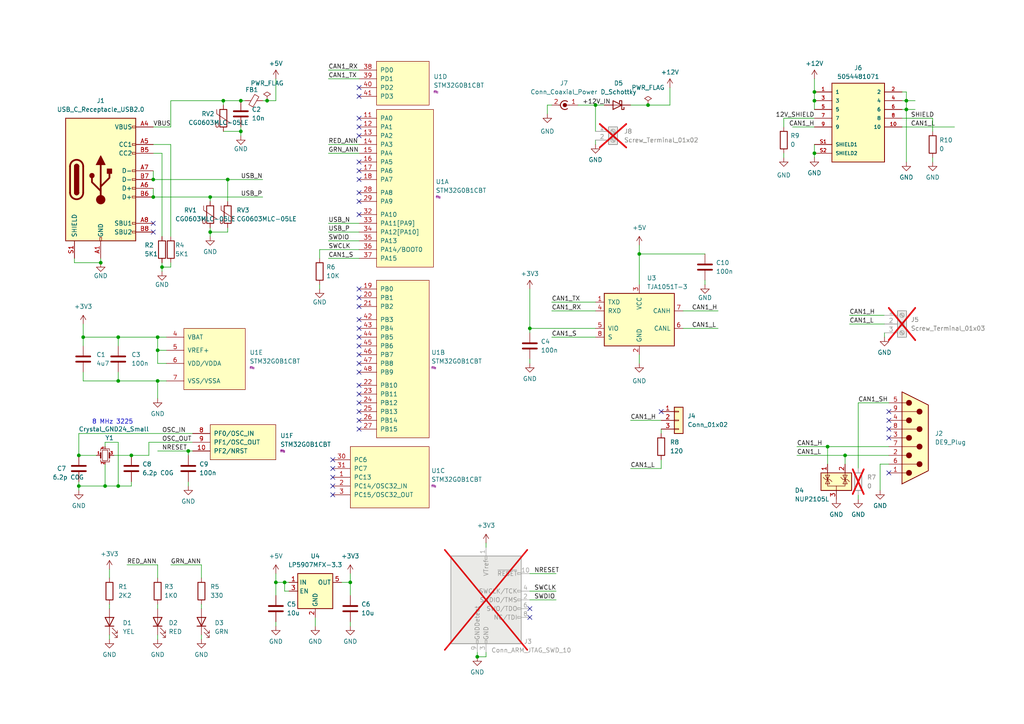
<source format=kicad_sch>
(kicad_sch (version 20230121) (generator eeschema)
  (paper "A4")
  (lib_symbols
    (symbol "Connector:Conn_ARM_JTAG_SWD_10" (pin_names (offset 1.016))
      (property "Reference" "J" (at -2.54 16.51 0))
      (property "Value" "Conn_ARM_JTAG_SWD_10" (at -2.54 13.97 0))
      (symbol "Conn_ARM_JTAG_SWD_10_1_1"
        (pin power_in line (at 0 15.24 270) (length 2.54) (name "VTref") (number "1"))
        (pin open_collector line (at 12.7 7.62 180) (length 2.54) (name "~{RESET}") (number "10"))
        (pin bidirectional line (at 12.7 0 180) (length 2.54) (name "SWDIO/TMS") (number "2"))
        (pin power_in line (at 0 -15.24 90) (length 2.54) (name "GND") (number "3"))
        (pin output line (at 12.7 2.54 180) (length 2.54) (name "SWCLK/TCK") (number "4"))
        (pin passive line (at 0 -15.24 90) (length 2.54) hide (name "GND") (number "5"))
        (pin input line (at 12.7 -2.54 180) (length 2.54) (name "SWO/TDO") (number "6"))
        (pin no_connect line (at -10.16 0 0) (length 2.54) hide (name "KEY") (number "7"))
        (pin output line (at 12.7 -5.08 180) (length 2.54) (name "NC/TDI") (number "8"))
        (pin passive line (at -2.54 -15.24 90) (length 2.54) (name "GNDDetect") (number "9"))
      )
    )
    (symbol "Connector:Conn_Coaxial_Power" (pin_names (offset 1.016) hide)
      (property "Reference" "J" (at -5.08 -1.27 90))
      (property "Value" "Conn_Coaxial_Power" (at -3.175 -1.27 90))
      (symbol "Conn_Coaxial_Power_1_1"
        (pin passive line (at 0 2.54 270) (length 2.54) (name "In") (number "1"))
        (pin passive line (at 0 -5.08 90) (length 2.54) (name "Ext") (number "2"))
      )
    )
    (symbol "Connector:DE9_Plug" (pin_names (offset 1.016) hide)
      (property "Reference" "J" (at 0 13.97 0))
      (property "Value" "DE9_Plug" (at 0 -14.605 0))
      (symbol "DE9_Plug_1_1"
        (pin passive line (at -7.62 -10.16 0) (length 3.81) (name "1") (number "1"))
        (pin passive line (at -7.62 -5.08 0) (length 3.81) (name "2") (number "2"))
        (pin passive line (at -7.62 0 0) (length 3.81) (name "3") (number "3"))
        (pin passive line (at -7.62 5.08 0) (length 3.81) (name "4") (number "4"))
        (pin passive line (at -7.62 10.16 0) (length 3.81) (name "5") (number "5"))
        (pin passive line (at -7.62 -7.62 0) (length 3.81) (name "6") (number "6"))
        (pin passive line (at -7.62 -2.54 0) (length 3.81) (name "7") (number "7"))
        (pin passive line (at -7.62 2.54 0) (length 3.81) (name "8") (number "8"))
        (pin passive line (at -7.62 7.62 0) (length 3.81) (name "9") (number "9"))
      )
    )
    (symbol "Connector:Screw_Terminal_01x02" (pin_names (offset 1.016) hide)
      (property "Reference" "J" (at 0 2.54 0))
      (property "Value" "Screw_Terminal_01x02" (at 0 -5.08 0))
      (symbol "Screw_Terminal_01x02_1_1"
        (pin passive line (at -5.08 0 0) (length 3.81) (name "Pin_1") (number "1"))
        (pin passive line (at -5.08 -2.54 0) (length 3.81) (name "Pin_2") (number "2"))
      )
    )
    (symbol "Connector:Screw_Terminal_01x03" (pin_names (offset 1.016) hide)
      (property "Reference" "J" (at 0 5.08 0))
      (property "Value" "Screw_Terminal_01x03" (at 0 -5.08 0))
      (symbol "Screw_Terminal_01x03_1_1"
        (pin passive line (at -5.08 2.54 0) (length 3.81) (name "Pin_1") (number "1"))
        (pin passive line (at -5.08 0 0) (length 3.81) (name "Pin_2") (number "2"))
        (pin passive line (at -5.08 -2.54 0) (length 3.81) (name "Pin_3") (number "3"))
      )
    )
    (symbol "Connector:USB_C_Receptacle_USB2.0_16P" (pin_names (offset 1.016))
      (property "Reference" "J" (at 0 22.225 0))
      (property "Value" "USB_C_Receptacle_USB2.0_16P" (at 0 19.685 0))
      (symbol "USB_C_Receptacle_USB2.0_16P_1_1"
        (pin passive line (at 0 -22.86 90) (length 5.08) (name "GND") (number "A1"))
        (pin passive line (at 0 -22.86 90) (length 5.08) hide (name "GND") (number "A12"))
        (pin passive line (at 15.24 15.24 180) (length 5.08) (name "VBUS") (number "A4"))
        (pin bidirectional line (at 15.24 10.16 180) (length 5.08) (name "CC1") (number "A5"))
        (pin bidirectional line (at 15.24 -2.54 180) (length 5.08) (name "D+") (number "A6"))
        (pin bidirectional line (at 15.24 2.54 180) (length 5.08) (name "D-") (number "A7"))
        (pin bidirectional line (at 15.24 -12.7 180) (length 5.08) (name "SBU1") (number "A8"))
        (pin passive line (at 15.24 15.24 180) (length 5.08) hide (name "VBUS") (number "A9"))
        (pin passive line (at 0 -22.86 90) (length 5.08) hide (name "GND") (number "B1"))
        (pin passive line (at 0 -22.86 90) (length 5.08) hide (name "GND") (number "B12"))
        (pin passive line (at 15.24 15.24 180) (length 5.08) hide (name "VBUS") (number "B4"))
        (pin bidirectional line (at 15.24 7.62 180) (length 5.08) (name "CC2") (number "B5"))
        (pin bidirectional line (at 15.24 -5.08 180) (length 5.08) (name "D+") (number "B6"))
        (pin bidirectional line (at 15.24 0 180) (length 5.08) (name "D-") (number "B7"))
        (pin bidirectional line (at 15.24 -15.24 180) (length 5.08) (name "SBU2") (number "B8"))
        (pin passive line (at 15.24 15.24 180) (length 5.08) hide (name "VBUS") (number "B9"))
        (pin passive line (at -7.62 -22.86 90) (length 5.08) (name "SHIELD") (number "S1"))
      )
    )
    (symbol "Connector_Generic:Conn_01x03" (pin_names (offset 1.016) hide)
      (property "Reference" "J" (at 0 5.08 0))
      (property "Value" "Conn_01x03" (at 0 -5.08 0))
      (symbol "Conn_01x03_1_1"
        (pin passive line (at -5.08 2.54 0) (length 3.81) (name "Pin_1") (number "1"))
        (pin passive line (at -5.08 0 0) (length 3.81) (name "Pin_2") (number "2"))
        (pin passive line (at -5.08 -2.54 0) (length 3.81) (name "Pin_3") (number "3"))
      )
    )
    (symbol "Device:C" (pin_numbers hide) (pin_names (offset 0.254))
      (property "Reference" "C" (at 0.635 2.54 0))
      (property "Value" "C" (at 0.635 -2.54 0))
      (symbol "C_1_1"
        (pin passive line (at 0 3.81 270) (length 2.794) (name "~") (number "1"))
        (pin passive line (at 0 -3.81 90) (length 2.794) (name "~") (number "2"))
      )
    )
    (symbol "Device:Crystal_GND24_Small" (pin_names (offset 1.016) hide)
      (property "Reference" "Y" (at 1.27 4.445 0))
      (property "Value" "Crystal_GND24_Small" (at 1.27 2.54 0))
      (symbol "Crystal_GND24_Small_1_1"
        (pin passive line (at -2.54 0 0) (length 1.27) (name "1") (number "1"))
        (pin passive line (at 0 -2.54 90) (length 0.635) (name "2") (number "2"))
        (pin passive line (at 2.54 0 180) (length 1.27) (name "3") (number "3"))
        (pin passive line (at 0 2.54 270) (length 0.635) (name "4") (number "4"))
      )
    )
    (symbol "Device:D_Schottky" (pin_numbers hide) (pin_names (offset 1.016) hide)
      (property "Reference" "D" (at 0 2.54 0))
      (property "Value" "D_Schottky" (at 0 -2.54 0))
      (symbol "D_Schottky_1_1"
        (pin passive line (at -3.81 0 0) (length 2.54) (name "K") (number "1"))
        (pin passive line (at 3.81 0 180) (length 2.54) (name "A") (number "2"))
      )
    )
    (symbol "Device:FerriteBead_Small" (pin_numbers hide) (pin_names (offset 0))
      (property "Reference" "FB" (at 1.905 1.27 0))
      (property "Value" "FerriteBead_Small" (at 1.905 -1.27 0))
      (symbol "FerriteBead_Small_1_1"
        (pin passive line (at 0 2.54 270) (length 1.27) (name "~") (number "1"))
        (pin passive line (at 0 -2.54 90) (length 1.27) (name "~") (number "2"))
      )
    )
    (symbol "Device:LED" (pin_numbers hide) (pin_names (offset 1.016) hide)
      (property "Reference" "D" (at 0 2.54 0))
      (property "Value" "LED" (at 0 -2.54 0))
      (symbol "LED_1_1"
        (pin passive line (at -3.81 0 0) (length 2.54) (name "K") (number "1"))
        (pin passive line (at 3.81 0 180) (length 2.54) (name "A") (number "2"))
      )
    )
    (symbol "Device:R" (pin_numbers hide) (pin_names (offset 0))
      (property "Reference" "R" (at 2.032 0 90))
      (property "Value" "R" (at 0 0 90))
      (symbol "R_1_1"
        (pin passive line (at 0 3.81 270) (length 1.27) (name "~") (number "1"))
        (pin passive line (at 0 -3.81 90) (length 1.27) (name "~") (number "2"))
      )
    )
    (symbol "Device:Varistor" (pin_numbers hide) (pin_names (offset 0))
      (property "Reference" "RV" (at 3.175 0 90))
      (property "Value" "Varistor" (at -3.175 0 90))
      (symbol "Varistor_0_0"
        (text "U" (at -1.778 -2.032 0) (effects (font (size 1.27 1.27))))
      )
      (symbol "Varistor_1_1"
        (pin passive line (at 0 3.81 270) (length 1.27) (name "~") (number "1"))
        (pin passive line (at 0 -3.81 90) (length 1.27) (name "~") (number "2"))
      )
    )
    (symbol "Interface_CAN_LIN:TJA1051T-3" (pin_names (offset 1.016))
      (property "Reference" "U" (at -10.16 8.89 0))
      (property "Value" "TJA1051T-3" (at 1.27 8.89 0))
      (symbol "TJA1051T-3_1_1"
        (pin input line (at -12.7 5.08 0) (length 2.54) (name "TXD") (number "1"))
        (pin power_in line (at 0 -10.16 90) (length 2.54) (name "GND") (number "2"))
        (pin power_in line (at 0 10.16 270) (length 2.54) (name "VCC") (number "3"))
        (pin output line (at -12.7 2.54 0) (length 2.54) (name "RXD") (number "4"))
        (pin power_in line (at -12.7 -2.54 0) (length 2.54) (name "VIO") (number "5"))
        (pin bidirectional line (at 12.7 -2.54 180) (length 2.54) (name "CANL") (number "6"))
        (pin bidirectional line (at 12.7 2.54 180) (length 2.54) (name "CANH") (number "7"))
        (pin input line (at -12.7 -5.08 0) (length 2.54) (name "S") (number "8"))
      )
    )
    (symbol "Power_Protection:NUP2105L" (pin_names hide)
      (property "Reference" "D" (at 5.715 2.54 0))
      (property "Value" "NUP2105L" (at 5.715 0.635 0))
      (symbol "NUP2105L_0_0"
        (pin passive line (at 0 -5.08 90) (length 2.54) (name "A") (number "3"))
      )
      (symbol "NUP2105L_1_1"
        (pin passive line (at -2.54 5.08 270) (length 2.54) (name "K") (number "1"))
        (pin passive line (at 2.54 5.08 270) (length 2.54) (name "K") (number "2"))
      )
    )
    (symbol "Regulator_Linear:LP5907MFX-3.3"
      (property "Reference" "U" (at -3.81 6.35 0))
      (property "Value" "LP5907MFX-3.3" (at 6.35 6.35 0))
      (symbol "LP5907MFX-3.3_0_1"
        (pin power_in line (at -7.62 2.54 0) (length 2.54) (name "IN") (number "1"))
        (pin power_in line (at 0 -7.62 90) (length 2.54) (name "GND") (number "2"))
        (pin input line (at -7.62 0 0) (length 2.54) (name "EN") (number "3"))
        (pin no_connect line (at 5.08 0 180) (length 2.54) hide (name "NC") (number "4"))
        (pin power_out line (at 7.62 2.54 180) (length 2.54) (name "OUT") (number "5"))
      )
    )
    (symbol "ch:STM32G0B1CBT" (pin_names (offset 1.016))
      (property "Reference" "U" (at 3.81 10.16 0))
      (property "Value" "STM32G0B1CBT" (at 0 -25.4 0))
      (property "Fit" "fit: " (at 6.35 10.16 0))
      (symbol "STM32G0B1CBT_1_1"
        (pin bidirectional line (at -13.97 21.59 0) (length 5.08) (name "PA0") (number "11"))
        (pin bidirectional line (at -13.97 19.05 0) (length 5.08) (name "PA1") (number "12"))
        (pin bidirectional line (at -13.97 16.51 0) (length 5.08) (name "PA2") (number "13"))
        (pin bidirectional line (at -13.97 13.97 0) (length 5.08) (name "PA3") (number "14"))
        (pin bidirectional line (at -13.97 11.43 0) (length 5.08) (name "PA4") (number "15"))
        (pin bidirectional line (at -13.97 8.89 0) (length 5.08) (name "PA5") (number "16"))
        (pin bidirectional line (at -13.97 6.35 0) (length 5.08) (name "PA6") (number "17"))
        (pin bidirectional line (at -13.97 3.81 0) (length 5.08) (name "PA7") (number "18"))
        (pin bidirectional line (at -13.97 0 0) (length 5.08) (name "PA8") (number "28"))
        (pin bidirectional line (at -13.97 -2.54 0) (length 5.08) (name "PA9") (number "29"))
        (pin bidirectional line (at -13.97 -6.35 0) (length 5.08) (name "PA10") (number "32"))
        (pin bidirectional line (at -13.97 -8.89 0) (length 5.08) (name "PA11[PA9]") (number "33"))
        (pin bidirectional line (at -13.97 -11.43 0) (length 5.08) (name "PA12[PA10]") (number "34"))
        (pin bidirectional line (at -13.97 -13.97 0) (length 5.08) (name "PA13") (number "35"))
        (pin bidirectional line (at -13.97 -16.51 0) (length 5.08) (name "PA14/BOOT0") (number "36"))
        (pin bidirectional line (at -13.97 -19.05 0) (length 5.08) (name "PA15") (number "37"))
      )
      (symbol "STM32G0B1CBT_2_1"
        (pin bidirectional line (at -12.7 20.32 0) (length 5.08) (name "PB0") (number "19"))
        (pin bidirectional line (at -12.7 17.78 0) (length 5.08) (name "PB1") (number "20"))
        (pin bidirectional line (at -12.7 15.24 0) (length 5.08) (name "PB2") (number "21"))
        (pin bidirectional line (at -12.7 -7.62 0) (length 5.08) (name "PB10") (number "22"))
        (pin bidirectional line (at -12.7 -10.16 0) (length 5.08) (name "PB11") (number "23"))
        (pin bidirectional line (at -12.7 -12.7 0) (length 5.08) (name "PB12") (number "24"))
        (pin bidirectional line (at -12.7 -15.24 0) (length 5.08) (name "PB13") (number "25"))
        (pin bidirectional line (at -12.7 -17.78 0) (length 5.08) (name "PB14") (number "26"))
        (pin bidirectional line (at -12.7 -20.32 0) (length 5.08) (name "PB15") (number "27"))
        (pin bidirectional line (at -12.7 11.43 0) (length 5.08) (name "PB3") (number "42"))
        (pin bidirectional line (at -12.7 8.89 0) (length 5.08) (name "PB4") (number "43"))
        (pin bidirectional line (at -12.7 6.35 0) (length 5.08) (name "PB5") (number "44"))
        (pin bidirectional line (at -12.7 3.81 0) (length 5.08) (name "PB6") (number "45"))
        (pin bidirectional line (at -12.7 1.27 0) (length 5.08) (name "PB7") (number "46"))
        (pin bidirectional line (at -12.7 -1.27 0) (length 5.08) (name "PB8") (number "47"))
        (pin bidirectional line (at -12.7 -3.81 0) (length 5.08) (name "PB9") (number "48"))
      )
      (symbol "STM32G0B1CBT_3_1"
        (pin bidirectional line (at -16.51 0 0) (length 5.08) (name "PC13") (number "1"))
        (pin bidirectional line (at -16.51 -2.54 0) (length 5.08) (name "PC14/OSC32_IN") (number "2"))
        (pin bidirectional line (at -16.51 -5.08 0) (length 5.08) (name "PC15/OSC32_OUT") (number "3"))
        (pin bidirectional line (at -16.51 5.08 0) (length 5.08) (name "PC6") (number "30"))
        (pin bidirectional line (at -16.51 2.54 0) (length 5.08) (name "PC7") (number "31"))
      )
      (symbol "STM32G0B1CBT_4_1"
        (pin bidirectional line (at -12.7 3.81 0) (length 5.08) (name "PD0") (number "38"))
        (pin bidirectional line (at -12.7 1.27 0) (length 5.08) (name "PD1") (number "39"))
        (pin bidirectional line (at -12.7 -1.27 0) (length 5.08) (name "PD2") (number "40"))
        (pin bidirectional line (at -12.7 -3.81 0) (length 5.08) (name "PD3") (number "41"))
      )
      (symbol "STM32G0B1CBT_5_1"
        (pin power_in line (at -13.97 6.35 0) (length 5.08) (name "VBAT") (number "4"))
        (pin power_in line (at -13.97 2.54 0) (length 5.08) (name "VREF+") (number "5"))
        (pin power_in line (at -13.97 -1.27 0) (length 5.08) (name "VDD/VDDA") (number "6"))
        (pin power_in line (at -13.97 -6.35 0) (length 5.08) (name "VSS/VSSA") (number "7"))
      )
      (symbol "STM32G0B1CBT_6_1"
        (pin bidirectional line (at -15.24 -2.54 0) (length 5.08) (name "PF2/NRST") (number "10"))
        (pin bidirectional line (at -15.24 2.54 0) (length 5.08) (name "PF0/OSC_IN") (number "8"))
        (pin bidirectional line (at -15.24 0 0) (length 5.08) (name "PF1/OSC_OUT") (number "9"))
      )
    )
    (symbol "molex_microlock_plus:5054481071" (pin_names (offset 1.016))
      (property "Reference" "J" (at -7.62 11.43 0))
      (property "Value" "5054481071" (at -7.62 -15.24 0))
      (symbol "5054481071_0_0"
        (pin passive line (at -12.7 7.62 0) (length 5.08) (name "1") (number "1"))
        (pin passive line (at 12.7 -2.54 180) (length 5.08) (name "10") (number "10"))
        (pin passive line (at 12.7 7.62 180) (length 5.08) (name "2") (number "2"))
        (pin passive line (at -12.7 5.08 0) (length 5.08) (name "3") (number "3"))
        (pin passive line (at 12.7 5.08 180) (length 5.08) (name "4") (number "4"))
        (pin passive line (at -12.7 2.54 0) (length 5.08) (name "5") (number "5"))
        (pin passive line (at 12.7 2.54 180) (length 5.08) (name "6") (number "6"))
        (pin passive line (at -12.7 0 0) (length 5.08) (name "7") (number "7"))
        (pin passive line (at 12.7 0 180) (length 5.08) (name "8") (number "8"))
        (pin passive line (at -12.7 -2.54 0) (length 5.08) (name "9") (number "9"))
        (pin passive line (at -12.7 -7.62 0) (length 5.08) (name "SHIELD1") (number "S1"))
        (pin passive line (at -12.7 -10.16 0) (length 5.08) (name "SHIELD2") (number "S2"))
      )
    )
    (symbol "power:+12V" (power) (pin_names (offset 0))
      (property "Value" "+12V" (at 0 3.556 0))
      (symbol "+12V_1_1"
        (pin power_in line (at 0 0 90) (length 0) hide (name "+12V") (number "1"))
      )
    )
    (symbol "power:+3V3" (power) (pin_names (offset 0))
      (property "Value" "+3V3" (at 0 3.556 0))
      (symbol "+3V3_1_1"
        (pin power_in line (at 0 0 90) (length 0) hide (name "+3V3") (number "1"))
      )
    )
    (symbol "power:+5V" (power) (pin_names (offset 0))
      (property "Value" "+5V" (at 0 3.556 0))
      (symbol "+5V_1_1"
        (pin power_in line (at 0 0 90) (length 0) hide (name "+5V") (number "1"))
      )
    )
    (symbol "power:GND" (power) (pin_names (offset 0))
      (property "Value" "GND" (at 0 -3.81 0))
      (symbol "GND_1_1"
        (pin power_in line (at 0 0 270) (length 0) hide (name "GND") (number "1"))
      )
    )
    (symbol "power:PWR_FLAG" (power) (pin_numbers hide) (pin_names (offset 0) hide)
      (property "Value" "PWR_FLAG" (at 0 3.81 0))
      (symbol "PWR_FLAG_0_0"
        (pin power_out line (at 0 0 90) (length 0) (name "pwr") (number "1"))
      )
    )
  )
  (junction (at 82.55 168.91))
  (junction (at 236.22 44.45))
  (junction (at 60.96 67.31))
  (junction (at 44.45 52.07))
  (junction (at 236.22 26.67))
  (junction (at 66.04 52.07))
  (junction (at 172.72 30.48))
  (junction (at 38.1 132.08))
  (junction (at 245.11 132.08))
  (junction (at 77.47 29.21))
  (junction (at 262.89 31.75))
  (junction (at 69.85 38.1))
  (junction (at 34.29 110.49))
  (junction (at 153.67 95.25))
  (junction (at 44.45 57.15))
  (junction (at 240.03 129.54))
  (junction (at 29.21 76.2))
  (junction (at 236.22 29.21))
  (junction (at 69.85 29.21))
  (junction (at 187.96 30.48))
  (junction (at 45.72 101.6))
  (junction (at 262.89 29.21))
  (junction (at 46.99 77.47))
  (junction (at 80.01 168.91))
  (junction (at 101.6 168.91))
  (junction (at 45.72 110.49))
  (junction (at 64.77 29.21))
  (junction (at 34.29 97.79))
  (junction (at 185.42 73.66))
  (junction (at 45.72 97.79))
  (junction (at 60.96 57.15))
  (junction (at 22.86 140.97))
  (junction (at 22.86 132.08))
  (junction (at 30.48 140.97))
  (junction (at 24.13 97.79))
  (junction (at 138.43 190.5))
  (junction (at 54.61 130.81))
  (junction (at 34.29 140.97))
  (no_connect (at 153.67 176.53))
  (no_connect (at 96.52 140.97))
  (no_connect (at 257.81 137.16))
  (no_connect (at 104.14 39.37))
  (no_connect (at 153.67 179.07))
  (no_connect (at 104.14 107.95))
  (no_connect (at 104.14 111.76))
  (no_connect (at 104.14 121.92))
  (no_connect (at 104.14 58.42))
  (no_connect (at 44.45 67.31))
  (no_connect (at 104.14 46.99))
  (no_connect (at 104.14 34.29))
  (no_connect (at 96.52 143.51))
  (no_connect (at 104.14 105.41))
  (no_connect (at 104.14 116.84))
  (no_connect (at 104.14 102.87))
  (no_connect (at 104.14 27.94))
  (no_connect (at 104.14 100.33))
  (no_connect (at 96.52 133.35))
  (no_connect (at 104.14 52.07))
  (no_connect (at 96.52 135.89))
  (no_connect (at 104.14 86.36))
  (no_connect (at 257.81 119.38))
  (no_connect (at 191.77 119.38))
  (no_connect (at 257.81 127))
  (no_connect (at 104.14 49.53))
  (no_connect (at 104.14 55.88))
  (no_connect (at 104.14 25.4))
  (no_connect (at 104.14 97.79))
  (no_connect (at 104.14 88.9))
  (no_connect (at 104.14 36.83))
  (no_connect (at 104.14 83.82))
  (no_connect (at 104.14 124.46))
  (no_connect (at 257.81 121.92))
  (no_connect (at 96.52 138.43))
  (no_connect (at 257.81 124.46))
  (no_connect (at 104.14 119.38))
  (no_connect (at 104.14 114.3))
  (no_connect (at 104.14 62.23))
  (no_connect (at 104.14 92.71))
  (no_connect (at 44.45 64.77))
  (no_connect (at 104.14 95.25))
  (wire (pts (xy 262.89 29.21) (xy 265.43 29.21)))
  (wire (pts (xy 45.72 184.15) (xy 45.72 185.42)))
  (wire (pts (xy 153.67 171.45) (xy 161.29 171.45)))
  (wire (pts (xy 22.86 125.73) (xy 22.86 132.08)))
  (wire (pts (xy 54.61 139.7) (xy 54.61 140.97)))
  (wire (pts (xy 46.99 76.2) (xy 46.99 77.47)))
  (wire (pts (xy 95.25 67.31) (xy 104.14 67.31)))
  (wire (pts (xy 45.72 175.26) (xy 45.72 176.53)))
  (wire (pts (xy 245.11 132.08) (xy 245.11 134.62)))
  (wire (pts (xy 198.12 95.25) (xy 208.28 95.25)))
  (wire (pts (xy 191.77 124.46) (xy 191.77 125.73)))
  (wire (pts (xy 21.59 74.93) (xy 21.59 76.2)))
  (wire (pts (xy 95.25 74.93) (xy 104.14 74.93)))
  (wire (pts (xy 58.42 163.83) (xy 58.42 167.64)))
  (wire (pts (xy 101.6 166.37) (xy 101.6 168.91)))
  (wire (pts (xy 262.89 29.21) (xy 261.62 29.21)))
  (wire (pts (xy 227.33 34.29) (xy 227.33 36.83)))
  (wire (pts (xy 99.06 168.91) (xy 101.6 168.91)))
  (wire (pts (xy 83.82 171.45) (xy 82.55 171.45)))
  (wire (pts (xy 198.12 90.17) (xy 208.28 90.17)))
  (wire (pts (xy 158.75 33.02) (xy 158.75 30.48)))
  (wire (pts (xy 22.86 125.73) (xy 55.88 125.73)))
  (wire (pts (xy 158.75 30.48) (xy 160.02 30.48)))
  (wire (pts (xy 153.67 95.25) (xy 153.67 96.52)))
  (wire (pts (xy 49.53 77.47) (xy 49.53 76.2)))
  (wire (pts (xy 185.42 71.12) (xy 185.42 73.66)))
  (wire (pts (xy 95.25 41.91) (xy 104.14 41.91)))
  (wire (pts (xy 64.77 29.21) (xy 69.85 29.21)))
  (wire (pts (xy 22.86 140.97) (xy 22.86 142.24)))
  (wire (pts (xy 24.13 97.79) (xy 34.29 97.79)))
  (wire (pts (xy 140.97 190.5) (xy 138.43 190.5)))
  (wire (pts (xy 167.64 30.48) (xy 172.72 30.48)))
  (wire (pts (xy 255.27 134.62) (xy 257.81 134.62)))
  (wire (pts (xy 64.77 29.21) (xy 64.77 30.48)))
  (wire (pts (xy 48.26 105.41) (xy 45.72 105.41)))
  (wire (pts (xy 270.51 34.29) (xy 270.51 38.1)))
  (wire (pts (xy 44.45 49.53) (xy 44.45 52.07)))
  (wire (pts (xy 240.03 129.54) (xy 257.81 129.54)))
  (wire (pts (xy 172.72 95.25) (xy 153.67 95.25)))
  (wire (pts (xy 44.45 52.07) (xy 66.04 52.07)))
  (wire (pts (xy 38.1 140.97) (xy 38.1 139.7)))
  (wire (pts (xy 270.51 45.72) (xy 270.51 46.99)))
  (wire (pts (xy 49.53 163.83) (xy 58.42 163.83)))
  (wire (pts (xy 229.87 36.83) (xy 236.22 36.83)))
  (wire (pts (xy 30.48 129.54) (xy 30.48 128.27)))
  (wire (pts (xy 245.11 132.08) (xy 257.81 132.08)))
  (wire (pts (xy 24.13 93.98) (xy 24.13 97.79)))
  (wire (pts (xy 95.25 44.45) (xy 104.14 44.45)))
  (wire (pts (xy 30.48 128.27) (xy 34.29 128.27)))
  (wire (pts (xy 24.13 110.49) (xy 34.29 110.49)))
  (wire (pts (xy 236.22 41.91) (xy 236.22 44.45)))
  (wire (pts (xy 204.47 81.28) (xy 204.47 82.55)))
  (wire (pts (xy 95.25 64.77) (xy 104.14 64.77)))
  (wire (pts (xy 236.22 22.86) (xy 236.22 26.67)))
  (wire (pts (xy 80.01 168.91) (xy 80.01 172.72)))
  (wire (pts (xy 95.25 22.86) (xy 104.14 22.86)))
  (wire (pts (xy 69.85 38.1) (xy 69.85 36.83)))
  (wire (pts (xy 66.04 52.07) (xy 76.2 52.07)))
  (wire (pts (xy 262.89 31.75) (xy 265.43 31.75)))
  (wire (pts (xy 92.71 82.55) (xy 92.71 83.82)))
  (wire (pts (xy 262.89 31.75) (xy 262.89 46.99)))
  (wire (pts (xy 95.25 69.85) (xy 104.14 69.85)))
  (wire (pts (xy 236.22 26.67) (xy 236.22 29.21)))
  (wire (pts (xy 160.02 97.79) (xy 172.72 97.79)))
  (wire (pts (xy 45.72 115.57) (xy 45.72 110.49)))
  (wire (pts (xy 153.67 166.37) (xy 161.29 166.37)))
  (wire (pts (xy 185.42 102.87) (xy 185.42 105.41)))
  (wire (pts (xy 153.67 95.25) (xy 153.67 83.82)))
  (wire (pts (xy 160.02 87.63) (xy 172.72 87.63)))
  (wire (pts (xy 204.47 73.66) (xy 185.42 73.66)))
  (wire (pts (xy 262.89 26.67) (xy 261.62 26.67)))
  (wire (pts (xy 44.45 57.15) (xy 60.96 57.15)))
  (wire (pts (xy 45.72 97.79) (xy 45.72 101.6)))
  (wire (pts (xy 21.59 76.2) (xy 29.21 76.2)))
  (wire (pts (xy 49.53 36.83) (xy 44.45 36.83)))
  (wire (pts (xy 69.85 29.21) (xy 71.12 29.21)))
  (wire (pts (xy 248.92 143.51) (xy 248.92 144.78)))
  (wire (pts (xy 22.86 139.7) (xy 22.86 140.97)))
  (wire (pts (xy 34.29 110.49) (xy 45.72 110.49)))
  (wire (pts (xy 34.29 128.27) (xy 34.29 140.97)))
  (wire (pts (xy 31.75 175.26) (xy 31.75 176.53)))
  (wire (pts (xy 80.01 166.37) (xy 80.01 168.91)))
  (wire (pts (xy 34.29 107.95) (xy 34.29 110.49)))
  (wire (pts (xy 60.96 57.15) (xy 76.2 57.15)))
  (wire (pts (xy 140.97 189.23) (xy 140.97 190.5)))
  (wire (pts (xy 187.96 30.48) (xy 194.31 30.48)))
  (wire (pts (xy 54.61 130.81) (xy 55.88 130.81)))
  (wire (pts (xy 80.01 22.86) (xy 80.01 29.21)))
  (wire (pts (xy 140.97 157.48) (xy 140.97 158.75)))
  (wire (pts (xy 80.01 29.21) (xy 77.47 29.21)))
  (wire (pts (xy 261.62 34.29) (xy 270.51 34.29)))
  (wire (pts (xy 92.71 72.39) (xy 104.14 72.39)))
  (wire (pts (xy 246.38 93.98) (xy 256.54 93.98)))
  (wire (pts (xy 101.6 168.91) (xy 101.6 172.72)))
  (wire (pts (xy 45.72 130.81) (xy 54.61 130.81)))
  (wire (pts (xy 185.42 73.66) (xy 185.42 82.55)))
  (wire (pts (xy 49.53 68.58) (xy 49.53 41.91)))
  (wire (pts (xy 43.18 128.27) (xy 55.88 128.27)))
  (wire (pts (xy 34.29 97.79) (xy 45.72 97.79)))
  (wire (pts (xy 236.22 29.21) (xy 236.22 31.75)))
  (wire (pts (xy 92.71 72.39) (xy 92.71 74.93)))
  (wire (pts (xy 261.62 36.83) (xy 276.86 36.83)))
  (wire (pts (xy 172.72 38.1) (xy 172.72 30.48)))
  (wire (pts (xy 64.77 38.1) (xy 69.85 38.1)))
  (wire (pts (xy 182.88 121.92) (xy 191.77 121.92)))
  (wire (pts (xy 77.47 29.21) (xy 76.2 29.21)))
  (wire (pts (xy 58.42 175.26) (xy 58.42 176.53)))
  (wire (pts (xy 30.48 140.97) (xy 34.29 140.97)))
  (wire (pts (xy 45.72 101.6) (xy 45.72 105.41)))
  (wire (pts (xy 80.01 180.34) (xy 80.01 181.61)))
  (wire (pts (xy 194.31 30.48) (xy 194.31 25.4)))
  (wire (pts (xy 33.02 132.08) (xy 38.1 132.08)))
  (wire (pts (xy 43.18 132.08) (xy 38.1 132.08)))
  (wire (pts (xy 43.18 132.08) (xy 43.18 128.27)))
  (wire (pts (xy 82.55 168.91) (xy 83.82 168.91)))
  (wire (pts (xy 46.99 77.47) (xy 46.99 78.74)))
  (wire (pts (xy 95.25 20.32) (xy 104.14 20.32)))
  (wire (pts (xy 82.55 171.45) (xy 82.55 168.91)))
  (wire (pts (xy 54.61 130.81) (xy 54.61 132.08)))
  (wire (pts (xy 227.33 44.45) (xy 227.33 45.72)))
  (wire (pts (xy 22.86 140.97) (xy 30.48 140.97)))
  (wire (pts (xy 58.42 184.15) (xy 58.42 185.42)))
  (wire (pts (xy 49.53 29.21) (xy 49.53 36.83)))
  (wire (pts (xy 45.72 163.83) (xy 45.72 167.64)))
  (wire (pts (xy 66.04 52.07) (xy 66.04 58.42)))
  (wire (pts (xy 60.96 66.04) (xy 60.96 67.31)))
  (wire (pts (xy 240.03 129.54) (xy 240.03 134.62)))
  (wire (pts (xy 236.22 34.29) (xy 227.33 34.29)))
  (wire (pts (xy 172.72 30.48) (xy 175.26 30.48)))
  (wire (pts (xy 262.89 29.21) (xy 262.89 31.75)))
  (wire (pts (xy 49.53 77.47) (xy 46.99 77.47)))
  (wire (pts (xy 255.27 142.24) (xy 255.27 134.62)))
  (wire (pts (xy 45.72 101.6) (xy 48.26 101.6)))
  (wire (pts (xy 69.85 38.1) (xy 69.85 39.37)))
  (wire (pts (xy 60.96 57.15) (xy 60.96 58.42)))
  (wire (pts (xy 153.67 104.14) (xy 153.67 105.41)))
  (wire (pts (xy 262.89 26.67) (xy 262.89 29.21)))
  (wire (pts (xy 246.38 91.44) (xy 256.54 91.44)))
  (wire (pts (xy 231.14 132.08) (xy 245.11 132.08)))
  (wire (pts (xy 24.13 100.33) (xy 24.13 97.79)))
  (wire (pts (xy 248.92 135.89) (xy 248.92 116.84)))
  (wire (pts (xy 153.67 173.99) (xy 161.29 173.99)))
  (wire (pts (xy 45.72 97.79) (xy 48.26 97.79)))
  (wire (pts (xy 24.13 107.95) (xy 24.13 110.49)))
  (wire (pts (xy 248.92 116.84) (xy 257.81 116.84)))
  (wire (pts (xy 46.99 68.58) (xy 46.99 44.45)))
  (wire (pts (xy 172.72 40.64) (xy 172.72 41.91)))
  (wire (pts (xy 22.86 132.08) (xy 27.94 132.08)))
  (wire (pts (xy 36.83 163.83) (xy 45.72 163.83)))
  (wire (pts (xy 231.14 129.54) (xy 240.03 129.54)))
  (wire (pts (xy 34.29 140.97) (xy 38.1 140.97)))
  (wire (pts (xy 34.29 100.33) (xy 34.29 97.79)))
  (wire (pts (xy 236.22 44.45) (xy 236.22 45.72)))
  (wire (pts (xy 191.77 133.35) (xy 191.77 135.89)))
  (wire (pts (xy 91.44 179.07) (xy 91.44 181.61)))
  (wire (pts (xy 256.54 96.52) (xy 256.54 97.79)))
  (wire (pts (xy 29.21 74.93) (xy 29.21 76.2)))
  (wire (pts (xy 60.96 67.31) (xy 66.04 67.31)))
  (wire (pts (xy 46.99 44.45) (xy 44.45 44.45)))
  (wire (pts (xy 101.6 180.34) (xy 101.6 181.61)))
  (wire (pts (xy 160.02 90.17) (xy 172.72 90.17)))
  (wire (pts (xy 60.96 67.31) (xy 60.96 68.58)))
  (wire (pts (xy 30.48 134.62) (xy 30.48 140.97)))
  (wire (pts (xy 66.04 66.04) (xy 66.04 67.31)))
  (wire (pts (xy 31.75 165.1) (xy 31.75 167.64)))
  (wire (pts (xy 182.88 30.48) (xy 187.96 30.48)))
  (wire (pts (xy 138.43 189.23) (xy 138.43 190.5)))
  (wire (pts (xy 262.89 31.75) (xy 261.62 31.75)))
  (wire (pts (xy 182.88 135.89) (xy 191.77 135.89)))
  (wire (pts (xy 49.53 41.91) (xy 44.45 41.91)))
  (wire (pts (xy 31.75 184.15) (xy 31.75 185.42)))
  (wire (pts (xy 44.45 54.61) (xy 44.45 57.15)))
  (wire (pts (xy 45.72 110.49) (xy 48.26 110.49)))
  (wire (pts (xy 49.53 29.21) (xy 64.77 29.21)))
  (wire (pts (xy 80.01 168.91) (xy 82.55 168.91)))
  (text "8 MHz 3225" (at 26.67 123.19 0) (effects (font (size 1.27 1.27)) (justify left bottom)))
  (label "NRESET" (at 154.94 166.37 0))
  (label "CAN1_TX" (at 160.02 87.63 0))
  (label "USB_N" (at 95.25 64.77 0))
  (label "RED_ANN" (at 36.83 163.83 0))
  (label "CAN1_L" (at 246.38 93.98 0))
  (label "+12V_IN" (at 168.91 30.48 0))
  (label "OSC_IN" (at 46.99 125.73 0))
  (label "CAN1_L" (at 200.66 95.25 0))
  (label "CAN1_RX" (at 160.02 90.17 0))
  (label "CAN1_H" (at 246.38 91.44 0))
  (label "USB_N" (at 69.85 52.07 0))
  (label "CAN1_H" (at 200.66 90.17 0))
  (label "NRESET" (at 46.99 130.81 0))
  (label "CAN1_RX" (at 95.25 20.32 0))
  (label "12V_SHIELD" (at 236.22 34.29 180))
  (label "SHIELD" (at 264.16 34.29 0))
  (label "CAN1_L" (at 264.16 36.83 0))
  (label "CAN1_H" (at 236.22 36.83 180))
  (label "VBUS" (at 44.45 36.83 0))
  (label "CAN1_H" (at 182.88 121.92 0))
  (label "CAN1_S" (at 95.25 74.93 0))
  (label "CAN1_H" (at 231.14 129.54 0))
  (label "CAN1_SH" (at 248.92 116.84 0))
  (label "GRN_ANN" (at 95.25 44.45 0))
  (label "SWDIO" (at 95.25 69.85 0))
  (label "SWCLK" (at 95.25 72.39 0))
  (label "CAN1_L" (at 231.14 132.08 0))
  (label "RED_ANN" (at 95.25 41.91 0))
  (label "SWDIO" (at 154.94 173.99 0))
  (label "GRN_ANN" (at 49.53 163.83 0))
  (label "USB_P" (at 95.25 67.31 0))
  (label "CAN1_L" (at 182.88 135.89 0))
  (label "USB_P" (at 69.85 57.15 0))
  (label "OSC_OUT" (at 46.99 128.27 0))
  (label "CAN1_TX" (at 95.25 22.86 0))
  (label "CAN1_S" (at 160.02 97.79 0))
  (label "SWCLK" (at 154.94 171.45 0))
  (symbol (lib_id "Device:Varistor") (at 66.04 62.23 0) (unit 1)
    (property "Reference" "RV3" (at 68.58 60.96 0) (effects (justify left)))
    (property "Value" "CG0603MLC-05LE" (at 68.58 63.5 0) (effects (justify left)))
    (property "Footprint" "Resistor_SMD:R_0603_1608Metric" (effects hide))
    (property "Sim.Name" "kicad_builtin_varistor" (effects hide))
    (property "Sim.Device" "SUBCKT" (effects hide))
    (property "Sim.Pins" "1=A 2=B" (effects hide))
    (property "Sim.Params" "threshold=1k" (effects hide))
    (property "Sim.Library" "${KICAD7_SYMBOL_DIR}/Simulation_SPICE.sp" (effects hide))
    (property "LCSC" "C2655331" (effects hide))
  )
  (symbol (lib_id "power:+5V") (at 80.01 22.86 0) (unit 1)
    (property "Reference" "#PWR010" (effects hide))
    (property "Value" "+5V" (at 80.01 18.415 0))
  )
  (symbol (lib_id "power:+3V3") (at 24.13 93.98 0) (unit 1)
    (property "Reference" "#PWR08" (effects hide))
    (property "Value" "+3V3" (at 24.13 88.9 0))
  )
  (symbol (lib_id "Regulator_Linear:LP5907MFX-3.3") (at 91.44 171.45 0) (unit 1)
    (property "Reference" "U4" (at 91.44 161.29 0))
    (property "Value" "LP5907MFX-3.3" (at 91.44 163.83 0))
    (property "Footprint" "Package_TO_SOT_SMD:SOT-23-5" (effects hide))
    (property "Datasheet" "http://www.ti.com/lit/ds/symlink/lp5907.pdf" (effects hide))
    (property "LCSC" "C80670" (effects hide))
  )
  (symbol (lib_id "power:GND") (at 153.67 105.41 0) (unit 1)
    (property "Reference" "#PWR024" (effects hide))
    (property "Value" "GND" (at 153.67 109.855 0))
  )
  (symbol (lib_id "ch:STM32G0B1CBT") (at 113.03 138.43 0) (unit 3)
    (property "Reference" "U1" (at 125.095 136.525 0) (effects (justify left)))
    (property "Value" "STM32G0B1CBT" (at 125.095 139.065 0) (effects (justify left)))
    (property "Footprint" "Package_QFP:LQFP-48_7x7mm_P0.5mm" (effects hide))
    (property "Datasheet" "$PTX_DATASHEETS/datasheets/Microcontroller/STW_stm32g0b1re.pdf" (effects hide))
    (property "Datasheet2" "$PTX_DATASHEETS/datasheets/Microcontroller/STW_stm32g0b1re_reference_maual.pdf" (effects hide))
    (property "Manufacturer" "ST" (effects hide))
    (property "MPN" "STM32G0B1CBT" (effects hide))
    (property "Fit" "fit: " (at 125.095 140.97 0) (effects (font (size 0.635 0.635)) (justify left)))
    (property "State" "reviewed" (effects hide))
    (property "Package" "LQFP48" (effects hide))
  )
  (symbol (lib_id "power:GND") (at 54.61 140.97 0) (unit 1)
    (property "Reference" "#PWR020" (effects hide))
    (property "Value" "GND" (at 54.61 145.415 0))
  )
  (symbol (lib_id "ch:STM32G0B1CBT") (at 71.12 128.27 0) (unit 6)
    (property "Reference" "U1" (at 81.28 126.365 0) (effects (justify left)))
    (property "Value" "STM32G0B1CBT" (at 81.28 128.905 0) (effects (justify left)))
    (property "Footprint" "Package_QFP:LQFP-48_7x7mm_P0.5mm" (effects hide))
    (property "Datasheet" "$PTX_DATASHEETS/datasheets/Microcontroller/STW_stm32g0b1re.pdf" (effects hide))
    (property "Datasheet2" "$PTX_DATASHEETS/datasheets/Microcontroller/STW_stm32g0b1re_reference_maual.pdf" (effects hide))
    (property "Manufacturer" "ST" (effects hide))
    (property "MPN" "STM32G0B1CBT" (effects hide))
    (property "Fit" "fit: " (at 81.28 130.81 0) (effects (font (size 0.635 0.635)) (justify left)))
    (property "State" "reviewed" (effects hide))
    (property "Package" "LQFP48" (effects hide))
  )
  (symbol (lib_id "Connector:Screw_Terminal_01x03") (at 261.62 93.98 0) (unit 1) (dnp yes)
    (property "Reference" "J5" (at 264.16 92.71 0) (effects (justify left)))
    (property "Value" "Screw_Terminal_01x03" (at 264.16 95.25 0) (effects (justify left)))
    (property "Footprint" "TerminalBlock_Phoenix:TerminalBlock_Phoenix_MKDS-1,5-3_1x03_P5.00mm_Horizontal" (effects hide))
  )
  (symbol (lib_id "power:GND") (at 262.89 46.99 0) (unit 1)
    (property "Reference" "#PWR035" (effects hide))
    (property "Value" "GND" (at 262.89 51.435 0))
  )
  (symbol (lib_id "power:GND") (at 60.96 68.58 0) (unit 1)
    (property "Reference" "#PWR06" (effects hide))
    (property "Value" "GND" (at 60.96 73.025 0))
  )
  (symbol (lib_id "power:GND") (at 92.71 83.82 0) (unit 1)
    (property "Reference" "#PWR013" (effects hide))
    (property "Value" "GND" (at 92.71 87.63 0))
  )
  (symbol (lib_id "power:GND") (at 80.01 181.61 0) (unit 1)
    (property "Reference" "#PWR015" (effects hide))
    (property "Value" "GND" (at 80.01 186.055 0))
  )
  (symbol (lib_id "Device:Crystal_GND24_Small") (at 30.48 132.08 0) (unit 1)
    (property "Reference" "Y1" (at 31.75 127 0))
    (property "Value" "Crystal_GND24_Small" (at 33.02 124.46 0))
    (property "Footprint" "Crystal:Crystal_SMD_3225-4Pin_3.2x2.5mm" (effects hide))
    (property "LCSC" "C518135" (effects hide))
  )
  (symbol (lib_id "Connector_Generic:Conn_01x03") (at 196.85 121.92 0) (unit 1)
    (property "Reference" "J4" (at 199.39 120.65 0) (effects (justify left)))
    (property "Value" "Conn_01x02" (at 199.39 123.19 0) (effects (justify left)))
    (property "Footprint" "Connector_PinHeader_2.54mm:PinHeader_1x03_P2.54mm_Vertical" (effects hide))
  )
  (symbol (lib_id "Device:C") (at 24.13 104.14 0) (unit 1)
    (property "Reference" "C1" (at 27.94 102.87 0) (effects (justify left)))
    (property "Value" "4u7" (at 27.94 105.41 0) (effects (justify left)))
    (property "Footprint" "Capacitor_SMD:C_0603_1608Metric" (effects hide))
  )
  (symbol (lib_id "ch:STM32G0B1CBT") (at 118.11 55.88 0) (unit 1)
    (property "Reference" "U1" (at 126.365 52.705 0) (effects (justify left)))
    (property "Value" "STM32G0B1CBT" (at 126.365 55.245 0) (effects (justify left)))
    (property "Footprint" "Package_QFP:LQFP-48_7x7mm_P0.5mm" (effects hide))
    (property "Datasheet" "$PTX_DATASHEETS/datasheets/Microcontroller/STW_stm32g0b1re.pdf" (effects hide))
    (property "Datasheet2" "$PTX_DATASHEETS/datasheets/Microcontroller/STW_stm32g0b1re_reference_maual.pdf" (effects hide))
    (property "Manufacturer" "ST" (effects hide))
    (property "MPN" "STM32G0B1CBT" (effects hide))
    (property "Fit" "fit: " (at 126.365 57.15 0) (effects (font (size 0.635 0.635)) (justify left)))
    (property "State" "reviewed" (effects hide))
    (property "Package" "LQFP48" (effects hide))
  )
  (symbol (lib_id "Device:R") (at 248.92 139.7 0) (unit 1) (dnp yes)
    (property "Reference" "R7" (at 251.46 138.43 0) (effects (justify left)))
    (property "Value" "0" (at 251.46 140.97 0) (effects (justify left)))
    (property "Footprint" "Resistor_SMD:R_1206_3216Metric" (effects hide))
    (property "LCSC" "C473612" (effects hide))
  )
  (symbol (lib_id "Device:LED") (at 58.42 180.34 90) (unit 1)
    (property "Reference" "D3" (at 62.23 180.6575 90) (effects (justify right)))
    (property "Value" "GRN" (at 62.23 183.1975 90) (effects (justify right)))
    (property "Footprint" "LED_SMD:LED_0603_1608Metric" (effects hide))
    (property "LCSC" "C5252984" (effects hide))
    (property "MPN" "150060GS75000" (effects hide))
  )
  (symbol (lib_id "Connector:DE9_Plug") (at 265.43 127 0) (unit 1)
    (property "Reference" "J2" (at 271.145 125.73 0) (effects (justify left)))
    (property "Value" "DE9_Plug" (at 271.145 128.27 0) (effects (justify left)))
    (property "Footprint" "Connector_Dsub:DSUB-9_Male_Horizontal_P2.77x2.84mm_EdgePinOffset4.94mm_Housed_MountingHolesOffset7.48mm" (effects hide))
    (property "Datasheet" " ~" (effects hide))
    (property "LCSC" "C3134122" (effects hide))
  )
  (symbol (lib_id "Device:C") (at 22.86 135.89 0) (unit 1)
    (property "Reference" "C7" (at 16.51 135.89 0) (effects (justify left)))
    (property "Value" "6.2p C0G" (at 15.24 138.43 0) (effects (justify left)))
    (property "Footprint" "Capacitor_SMD:C_0402_1005Metric" (effects hide))
  )
  (symbol (lib_id "Device:FerriteBead_Small") (at 73.66 29.21 90) (unit 1)
    (property "Reference" "FB1" (at 73.025 26.035 90))
    (property "Value" "FerriteBead_Small" (effects hide))
    (property "Footprint" "Diode_SMD:D_0603_1608Metric_Pad1.05x0.95mm_HandSolder" (effects hide))
    (property "LCSC" "C62708" (effects hide))
  )
  (symbol (lib_id "power:GND") (at 58.42 185.42 0) (unit 1)
    (property "Reference" "#PWR07" (effects hide))
    (property "Value" "GND" (at 58.42 189.865 0))
  )
  (symbol (lib_id "power:GND") (at 22.86 142.24 0) (unit 1)
    (property "Reference" "#PWR019" (effects hide))
    (property "Value" "GND" (at 22.86 146.685 0))
  )
  (symbol (lib_id "Device:R") (at 270.51 41.91 0) (unit 1)
    (property "Reference" "R10" (at 272.415 40.64 0) (effects (justify left)))
    (property "Value" "0" (at 272.415 43.18 0) (effects (justify left)))
    (property "Footprint" "Resistor_SMD:R_1206_3216Metric" (effects hide))
    (property "LCSC" "C473612" (effects hide))
  )
  (symbol (lib_id "Power_Protection:NUP2105L") (at 242.57 139.7 0) (unit 1)
    (property "Reference" "D4" (at 230.505 142.24 0) (effects (justify left)))
    (property "Value" "NUP2105L" (at 230.505 144.78 0) (effects (justify left)))
    (property "Footprint" "Package_TO_SOT_SMD:SOT-23" (effects hide))
    (property "Datasheet" "http://www.onsemi.com/pub_link/Collateral/NUP2105L-D.PDF" (effects hide))
    (property "LCSC" "C284104" (effects hide))
  )
  (symbol (lib_id "power:GND") (at 185.42 105.41 0) (unit 1)
    (property "Reference" "#PWR012" (effects hide))
    (property "Value" "GND" (at 185.42 110.49 0))
  )
  (symbol (lib_id "power:+3V3") (at 101.6 166.37 0) (unit 1)
    (property "Reference" "#PWR017" (effects hide))
    (property "Value" "+3V3" (at 101.6 161.29 0))
  )
  (symbol (lib_id "power:GND") (at 45.72 185.42 0) (unit 1)
    (property "Reference" "#PWR05" (effects hide))
    (property "Value" "GND" (at 45.72 189.865 0))
  )
  (symbol (lib_id "Device:C") (at 101.6 176.53 0) (unit 1)
    (property "Reference" "C6" (at 104.775 175.26 0) (effects (justify left)))
    (property "Value" "10u" (at 104.775 177.8 0) (effects (justify left)))
    (property "Footprint" "Capacitor_SMD:C_0805_2012Metric" (effects hide))
  )
  (symbol (lib_id "Device:R") (at 227.33 40.64 0) (unit 1)
    (property "Reference" "R9" (at 229.235 39.37 0) (effects (justify left)))
    (property "Value" "0" (at 229.235 41.91 0) (effects (justify left)))
    (property "Footprint" "Resistor_SMD:R_1206_3216Metric" (effects hide))
    (property "LCSC" "C473612" (effects hide))
  )
  (symbol (lib_id "Device:R") (at 49.53 72.39 0) (unit 1)
    (property "Reference" "R4" (at 50.8 71.12 0) (effects (justify left)))
    (property "Value" "5K1" (at 50.8 73.66 0) (effects (justify left)))
    (property "Footprint" "Resistor_SMD:R_0603_1608Metric" (effects hide))
  )
  (symbol (lib_id "Device:R") (at 31.75 171.45 0) (unit 1)
    (property "Reference" "R1" (at 34.29 170.18 0) (effects (justify left)))
    (property "Value" "2K2" (at 34.29 172.72 0) (effects (justify left)))
    (property "Footprint" "Resistor_SMD:R_0603_1608Metric" (effects hide))
  )
  (symbol (lib_id "power:GND") (at 270.51 46.99 0) (unit 1)
    (property "Reference" "#PWR033" (effects hide))
    (property "Value" "GND" (at 270.51 51.435 0))
  )
  (symbol (lib_id "Device:C") (at 204.47 77.47 0) (unit 1)
    (property "Reference" "C10" (at 207.645 76.2 0) (effects (justify left)))
    (property "Value" "100n" (at 207.645 78.74 0) (effects (justify left)))
    (property "Footprint" "Capacitor_SMD:C_0603_1608Metric" (effects hide))
  )
  (symbol (lib_id "power:+12V") (at 236.22 22.86 0) (unit 1)
    (property "Reference" "#PWR031" (effects hide))
    (property "Value" "+12V" (at 236.22 18.415 0))
  )
  (symbol (lib_id "power:GND") (at 46.99 78.74 0) (unit 1)
    (property "Reference" "#PWR04" (effects hide))
    (property "Value" "GND" (at 46.99 82.55 0))
  )
  (symbol (lib_id "Device:C") (at 54.61 135.89 0) (unit 1)
    (property "Reference" "C9" (at 57.785 134.62 0) (effects (justify left)))
    (property "Value" "100n" (at 57.785 137.16 0) (effects (justify left)))
    (property "Footprint" "Capacitor_SMD:C_0603_1608Metric" (effects hide))
    (property "LCSC" "C14663" (effects hide))
  )
  (symbol (lib_id "Device:C") (at 38.1 135.89 0) (unit 1)
    (property "Reference" "C8" (at 41.275 134.62 0) (effects (justify left)))
    (property "Value" "6.2p C0G" (at 41.275 137.16 0) (effects (justify left)))
    (property "Footprint" "Capacitor_SMD:C_0402_1005Metric" (effects hide))
  )
  (symbol (lib_id "Connector:USB_C_Receptacle_USB2.0_16P") (at 29.21 52.07 0) (unit 1)
    (property "Reference" "J1" (at 29.21 29.21 0))
    (property "Value" "USB_C_Receptacle_USB2.0" (at 29.21 31.75 0))
    (property "Footprint" "Connector_USB:USB_C_Receptacle_HCTL_HC-TYPE-C-16P-01A" (effects hide))
    (property "Datasheet" "https://www.usb.org/sites/default/files/documents/usb_type-c.zip" (effects hide))
    (property "LCSC" "C2997435" (effects hide))
  )
  (symbol (lib_id "power:GND") (at 31.75 185.42 0) (unit 1)
    (property "Reference" "#PWR03" (effects hide))
    (property "Value" "GND" (at 31.75 189.865 0))
  )
  (symbol (lib_id "power:GND") (at 138.43 190.5 0) (unit 1)
    (property "Reference" "#PWR021" (effects hide))
    (property "Value" "GND" (at 138.43 194.945 0))
  )
  (symbol (lib_id "ch:STM32G0B1CBT") (at 62.23 104.14 0) (unit 5)
    (property "Reference" "U1" (at 72.39 102.235 0) (effects (justify left)))
    (property "Value" "STM32G0B1CBT" (at 72.39 104.775 0) (effects (justify left)))
    (property "Footprint" "Package_QFP:LQFP-48_7x7mm_P0.5mm" (effects hide))
    (property "Datasheet" "$PTX_DATASHEETS/datasheets/Microcontroller/STW_stm32g0b1re.pdf" (effects hide))
    (property "Datasheet2" "$PTX_DATASHEETS/datasheets/Microcontroller/STW_stm32g0b1re_reference_maual.pdf" (effects hide))
    (property "Manufacturer" "ST" (effects hide))
    (property "MPN" "STM32G0B1CBT" (effects hide))
    (property "Fit" "fit: " (at 72.39 106.68 0) (effects (font (size 0.635 0.635)) (justify left)))
    (property "State" "reviewed" (effects hide))
    (property "Package" "LQFP48" (effects hide))
  )
  (symbol (lib_id "Device:C") (at 34.29 104.14 0) (unit 1)
    (property "Reference" "C3" (at 38.1 102.87 0) (effects (justify left)))
    (property "Value" "100n" (at 38.1 105.41 0) (effects (justify left)))
    (property "Footprint" "Capacitor_SMD:C_0603_1608Metric" (effects hide))
    (property "LCSC" "C14663" (effects hide))
  )
  (symbol (lib_id "Device:LED") (at 31.75 180.34 90) (unit 1)
    (property "Reference" "D1" (at 35.56 180.6575 90) (effects (justify right)))
    (property "Value" "YEL" (at 35.56 183.1975 90) (effects (justify right)))
    (property "Footprint" "LED_SMD:LED_0603_1608Metric" (effects hide))
    (property "LCSC" "C9900012286" (effects hide))
    (property "MPN" "150060YS75000" (effects hide))
  )
  (symbol (lib_id "power:GND") (at 248.92 144.78 0) (unit 1)
    (property "Reference" "#PWR029" (effects hide))
    (property "Value" "GND" (at 248.92 149.225 0))
  )
  (symbol (lib_id "power:PWR_FLAG") (at 77.47 29.21 0) (unit 1)
    (property "Reference" "#FLG02" (effects hide))
    (property "Value" "PWR_FLAG" (at 77.47 24.13 0))
  )
  (symbol (lib_id "power:+3V3") (at 140.97 157.48 0) (unit 1)
    (property "Reference" "#PWR022" (effects hide))
    (property "Value" "+3V3" (at 140.97 152.4 0))
  )
  (symbol (lib_id "power:GND") (at 204.47 82.55 0) (unit 1)
    (property "Reference" "#PWR025" (effects hide))
    (property "Value" "GND" (at 204.47 86.36 0))
  )
  (symbol (lib_id "power:PWR_FLAG") (at 187.96 30.48 0) (unit 1)
    (property "Reference" "#FLG01" (effects hide))
    (property "Value" "PWR_FLAG" (at 187.96 25.4 0))
  )
  (symbol (lib_id "power:GND") (at 242.57 144.78 0) (unit 1)
    (property "Reference" "#PWR028" (effects hide))
    (property "Value" "GND" (at 242.57 149.225 0))
  )
  (symbol (lib_id "Connector:Screw_Terminal_01x02") (at 177.8 38.1 0) (unit 1) (dnp yes)
    (property "Reference" "J8" (at 180.975 38.1 0) (effects (justify left)))
    (property "Value" "Screw_Terminal_01x02" (at 180.975 40.64 0) (effects (justify left)))
    (property "Footprint" "TerminalBlock_Phoenix:TerminalBlock_Phoenix_MKDS-1,5-2-5.08_1x02_P5.08mm_Horizontal" (effects hide))
  )
  (symbol (lib_id "power:GND") (at 158.75 33.02 0) (unit 1)
    (property "Reference" "#PWR036" (effects hide))
    (property "Value" "GND" (at 158.75 38.1 0))
  )
  (symbol (lib_id "Device:C") (at 153.67 100.33 0) (unit 1)
    (property "Reference" "C4" (at 156.845 99.06 0) (effects (justify left)))
    (property "Value" "100n" (at 156.845 101.6 0) (effects (justify left)))
    (property "Footprint" "Capacitor_SMD:C_0603_1608Metric" (effects hide))
    (property "LCSC" "C14663" (effects hide))
  )
  (symbol (lib_id "power:GND") (at 227.33 45.72 0) (unit 1)
    (property "Reference" "#PWR032" (effects hide))
    (property "Value" "GND" (at 227.33 50.8 0))
  )
  (symbol (lib_id "Device:Varistor") (at 60.96 62.23 0) (unit 1)
    (property "Reference" "RV1" (at 53.34 60.96 0) (effects (justify left)))
    (property "Value" "CG0603MLC-05LE" (at 50.8 63.5 0) (effects (justify left)))
    (property "Footprint" "Resistor_SMD:R_0603_1608Metric" (effects hide))
    (property "Sim.Name" "kicad_builtin_varistor" (effects hide))
    (property "Sim.Device" "SUBCKT" (effects hide))
    (property "Sim.Pins" "1=A 2=B" (effects hide))
    (property "Sim.Params" "threshold=1k" (effects hide))
    (property "Sim.Library" "${KICAD7_SYMBOL_DIR}/Simulation_SPICE.sp" (effects hide))
    (property "LCSC" "C2655331" (effects hide))
  )
  (symbol (lib_id "power:GND") (at 255.27 142.24 0) (unit 1)
    (property "Reference" "#PWR027" (effects hide))
    (property "Value" "GND" (at 255.27 146.685 0))
  )
  (symbol (lib_id "power:+5V") (at 185.42 71.12 0) (unit 1)
    (property "Reference" "#PWR026" (effects hide))
    (property "Value" "+5V" (at 185.42 66.04 0))
  )
  (symbol (lib_id "Interface_CAN_LIN:TJA1051T-3") (at 185.42 92.71 0) (unit 1)
    (property "Reference" "U3" (at 187.6141 80.645 0) (effects (justify left)))
    (property "Value" "TJA1051T-3" (at 187.6141 83.185 0) (effects (justify left)))
    (property "Footprint" "Package_SO:SOIC-8_3.9x4.9mm_P1.27mm" (effects hide))
    (property "Datasheet" "http://www.nxp.com/docs/en/data-sheet/TJA1051.pdf" (effects hide))
    (property "LCSC" "C5342108" (effects hide))
  )
  (symbol (lib_id "power:+12V") (at 194.31 25.4 0) (unit 1)
    (property "Reference" "#PWR037" (effects hide))
    (property "Value" "+12V" (at 194.31 20.955 0))
  )
  (symbol (lib_id "Device:LED") (at 45.72 180.34 90) (unit 1)
    (property "Reference" "D2" (at 48.895 180.6575 90) (effects (justify right)))
    (property "Value" "RED" (at 48.895 183.1975 90) (effects (justify right)))
    (property "Footprint" "LED_SMD:LED_0603_1608Metric" (effects hide))
    (property "LCSC" "C3030991" (effects hide))
    (property "MPN" "150060RS75000" (effects hide))
  )
  (symbol (lib_id "Device:R") (at 46.99 72.39 0) (unit 1)
    (property "Reference" "R2" (at 41.91 71.12 0) (effects (justify left)))
    (property "Value" "5K1" (at 41.91 73.66 0) (effects (justify left)))
    (property "Footprint" "Resistor_SMD:R_0603_1608Metric" (effects hide))
  )
  (symbol (lib_id "Device:Varistor") (at 64.77 34.29 0) (unit 1)
    (property "Reference" "RV2" (at 58.42 33.02 0) (effects (justify left)))
    (property "Value" "CG0603MLC-05LE" (at 54.61 35.56 0) (effects (justify left)))
    (property "Footprint" "Resistor_SMD:R_0603_1608Metric" (effects hide))
    (property "Sim.Name" "kicad_builtin_varistor" (effects hide))
    (property "Sim.Device" "SUBCKT" (effects hide))
    (property "Sim.Pins" "1=A 2=B" (effects hide))
    (property "Sim.Params" "threshold=1k" (effects hide))
    (property "Sim.Library" "${KICAD7_SYMBOL_DIR}/Simulation_SPICE.sp" (effects hide))
    (property "LCSC" "C2655331" (effects hide))
  )
  (symbol (lib_id "Device:D_Schottky") (at 179.07 30.48 180) (unit 1)
    (property "Reference" "D5" (at 179.3875 24.13 0))
    (property "Value" "D_Schottky" (at 179.3875 26.67 0))
    (property "Footprint" "Diode_SMD:D_SMA" (effects hide))
    (property "LCSC" "C2997264" (effects hide))
  )
  (symbol (lib_id "ch:STM32G0B1CBT") (at 116.84 104.14 0) (unit 2)
    (property "Reference" "U1" (at 125.095 102.235 0) (effects (justify left)))
    (property "Value" "STM32G0B1CBT" (at 125.095 104.775 0) (effects (justify left)))
    (property "Footprint" "Package_QFP:LQFP-48_7x7mm_P0.5mm" (effects hide))
    (property "Datasheet" "$PTX_DATASHEETS/datasheets/Microcontroller/STW_stm32g0b1re.pdf" (effects hide))
    (property "Datasheet2" "$PTX_DATASHEETS/datasheets/Microcontroller/STW_stm32g0b1re_reference_maual.pdf" (effects hide))
    (property "Manufacturer" "ST" (effects hide))
    (property "MPN" "STM32G0B1CBT" (effects hide))
    (property "Fit" "fit: " (at 125.095 106.68 0) (effects (font (size 0.635 0.635)) (justify left)))
    (property "State" "reviewed" (effects hide))
    (property "Package" "LQFP48" (effects hide))
  )
  (symbol (lib_id "power:+5V") (at 80.01 166.37 0) (unit 1)
    (property "Reference" "#PWR014" (effects hide))
    (property "Value" "+5V" (at 80.01 161.29 0))
  )
  (symbol (lib_id "power:GND") (at 45.72 115.57 0) (unit 1)
    (property "Reference" "#PWR011" (effects hide))
    (property "Value" "GND" (at 45.72 120.015 0))
  )
  (symbol (lib_id "power:+3V3") (at 31.75 165.1 0) (unit 1)
    (property "Reference" "#PWR02" (effects hide))
    (property "Value" "+3V3" (at 31.75 160.655 0))
  )
  (symbol (lib_id "Device:C") (at 69.85 33.02 0) (unit 1)
    (property "Reference" "C2" (at 73.025 31.75 0) (effects (justify left)))
    (property "Value" "10n" (at 73.025 34.29 0) (effects (justify left)))
    (property "Footprint" "Capacitor_SMD:C_0603_1608Metric" (effects hide))
  )
  (symbol (lib_id "power:GND") (at 101.6 181.61 0) (unit 1)
    (property "Reference" "#PWR018" (effects hide))
    (property "Value" "GND" (at 101.6 186.055 0))
  )
  (symbol (lib_id "Device:R") (at 191.77 129.54 0) (unit 1)
    (property "Reference" "R8" (at 194.31 128.27 0) (effects (justify left)))
    (property "Value" "120" (at 194.31 130.81 0) (effects (justify left)))
    (property "Footprint" "Resistor_SMD:R_1206_3216Metric" (effects hide))
  )
  (symbol (lib_id "power:+3V3") (at 153.67 83.82 0) (unit 1)
    (property "Reference" "#PWR023" (effects hide))
    (property "Value" "+3V3" (at 153.67 79.375 0))
  )
  (symbol (lib_id "power:GND") (at 256.54 97.79 0) (unit 1)
    (property "Reference" "#PWR030" (effects hide))
    (property "Value" "GND" (at 256.54 102.235 0))
  )
  (symbol (lib_id "power:GND") (at 91.44 181.61 0) (mirror y) (unit 1)
    (property "Reference" "#PWR016" (effects hide))
    (property "Value" "GND" (at 91.44 186.055 0))
  )
  (symbol (lib_id "molex_microlock_plus:5054481071") (at 248.92 34.29 0) (unit 1)
    (property "Reference" "J6" (at 248.92 19.685 0))
    (property "Value" "5054481071" (at 248.92 22.225 0))
    (property "Footprint" "molex_microlock_plus:MOLEX_5054481071" (effects hide))
    (property "PARTREV" "B" (effects hide))
    (property "STANDARD" "Manufacturer Recommendations" (effects hide))
    (property "MAXIMUM_PACKAGE_HEIGHT" "8.95 mm" (effects hide))
    (property "MANUFACTURER" "Molex" (effects hide))
    (property "LCSC" "C17610436" (effects hide))
    (property "MPN" "5054481071" (effects hide))
  )
  (symbol (lib_id "Connector:Conn_ARM_JTAG_SWD_10") (at 140.97 173.99 0) (unit 1) (dnp yes)
    (property "Reference" "J3" (at 154.305 186.055 0) (effects (justify right)))
    (property "Value" "Conn_ARM_JTAG_SWD_10" (at 165.735 188.595 0) (effects (justify right)))
    (property "Footprint" "Connector_PinHeader_1.27mm:PinHeader_2x05_P1.27mm_Vertical" (effects hide))
    (property "Datasheet" "http://infocenter.arm.com/help/topic/com.arm.doc.ddi0314h/DDI0314H_coresight_components_trm.pdf" (effects hide))
    (property "LCSC" "C5160761" (effects hide))
  )
  (symbol (lib_id "power:GND") (at 236.22 45.72 0) (unit 1)
    (property "Reference" "#PWR034" (effects hide))
    (property "Value" "GND" (at 236.22 50.165 0))
  )
  (symbol (lib_id "Device:R") (at 92.71 78.74 0) (unit 1)
    (property "Reference" "R6" (at 94.615 77.47 0) (effects (justify left)))
    (property "Value" "10K" (at 94.615 80.01 0) (effects (justify left)))
    (property "Footprint" "Resistor_SMD:R_0603_1608Metric" (effects hide))
  )
  (symbol (lib_id "power:GND") (at 69.85 39.37 0) (unit 1)
    (property "Reference" "#PWR09" (effects hide))
    (property "Value" "GND" (at 69.85 43.18 0))
  )
  (symbol (lib_id "power:GND") (at 29.21 76.2 0) (unit 1)
    (property "Reference" "#PWR01" (effects hide))
    (property "Value" "GND" (at 29.21 80.01 0))
  )
  (symbol (lib_id "Device:R") (at 58.42 171.45 0) (unit 1)
    (property "Reference" "R5" (at 60.96 170.18 0) (effects (justify left)))
    (property "Value" "330" (at 60.96 172.72 0) (effects (justify left)))
    (property "Footprint" "Resistor_SMD:R_0603_1608Metric" (effects hide))
  )
  (symbol (lib_id "Device:C") (at 80.01 176.53 0) (unit 1)
    (property "Reference" "C5" (at 83.185 175.26 0) (effects (justify left)))
    (property "Value" "10u" (at 83.185 177.8 0) (effects (justify left)))
    (property "Footprint" "Capacitor_SMD:C_0805_2012Metric" (effects hide))
  )
  (symbol (lib_id "ch:STM32G0B1CBT") (at 116.84 24.13 0) (unit 4)
    (property "Reference" "U1" (at 125.73 22.225 0) (effects (justify left)))
    (property "Value" "STM32G0B1CBT" (at 125.73 24.765 0) (effects (justify left)))
    (property "Footprint" "Package_QFP:LQFP-48_7x7mm_P0.5mm" (effects hide))
    (property "Datasheet" "$PTX_DATASHEETS/datasheets/Microcontroller/STW_stm32g0b1re.pdf" (effects hide))
    (property "Datasheet2" "$PTX_DATASHEETS/datasheets/Microcontroller/STW_stm32g0b1re_reference_maual.pdf" (effects hide))
    (property "Manufacturer" "ST" (effects hide))
    (property "MPN" "STM32G0B1CBT" (effects hide))
    (property "Fit" "fit: " (at 125.73 26.67 0) (effects (font (size 0.635 0.635)) (justify left)))
    (property "State" "reviewed" (effects hide))
    (property "Package" "LQFP48" (effects hide))
  )
  (symbol (lib_id "Device:R") (at 45.72 171.45 0) (unit 1)
    (property "Reference" "R3" (at 47.625 170.18 0) (effects (justify left)))
    (property "Value" "1K0" (at 47.625 172.72 0) (effects (justify left)))
    (property "Footprint" "Resistor_SMD:R_0603_1608Metric" (effects hide))
  )
  (symbol (lib_id "Connector:Conn_Coaxial_Power") (at 165.1 30.48 270) (mirror x) (unit 1)
    (property "Reference" "J7" (at 163.576 24.13 90))
    (property "Value" "Conn_Coaxial_Power" (at 163.576 26.67 90))
    (property "Footprint" "Connector_BarrelJack:BarrelJack_CUI_PJ-063AH_Horizontal" (effects hide))
    (property "LCSC" "C2928097" (effects hide))
    (property "Digikey" "CP-063AH-ND" (effects hide))
    (property "MPN" "PJ-063AH" (effects hide))
  )
  (symbol (lib_id "power:GND") (at 172.72 41.91 0) (unit 1)
    (property "Reference" "#PWR039" (effects hide))
    (property "Value" "GND" (at 172.72 46.355 0))
  )
)
</source>
